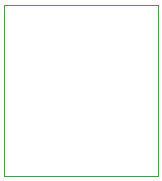
<source format=gbr>
%TF.GenerationSoftware,KiCad,Pcbnew,7.0.5*%
%TF.CreationDate,2023-08-03T20:15:09-04:00*%
%TF.ProjectId,Servo_Signal_V_shifter,53657276-6f5f-4536-9967-6e616c5f565f,rev?*%
%TF.SameCoordinates,Original*%
%TF.FileFunction,Profile,NP*%
%FSLAX46Y46*%
G04 Gerber Fmt 4.6, Leading zero omitted, Abs format (unit mm)*
G04 Created by KiCad (PCBNEW 7.0.5) date 2023-08-03 20:15:09*
%MOMM*%
%LPD*%
G01*
G04 APERTURE LIST*
%TA.AperFunction,Profile*%
%ADD10C,0.100000*%
%TD*%
G04 APERTURE END LIST*
D10*
X148160000Y-68698621D02*
X161160000Y-68698621D01*
X161160000Y-83198621D01*
X148160000Y-83198621D01*
X148160000Y-68698621D01*
M02*

</source>
